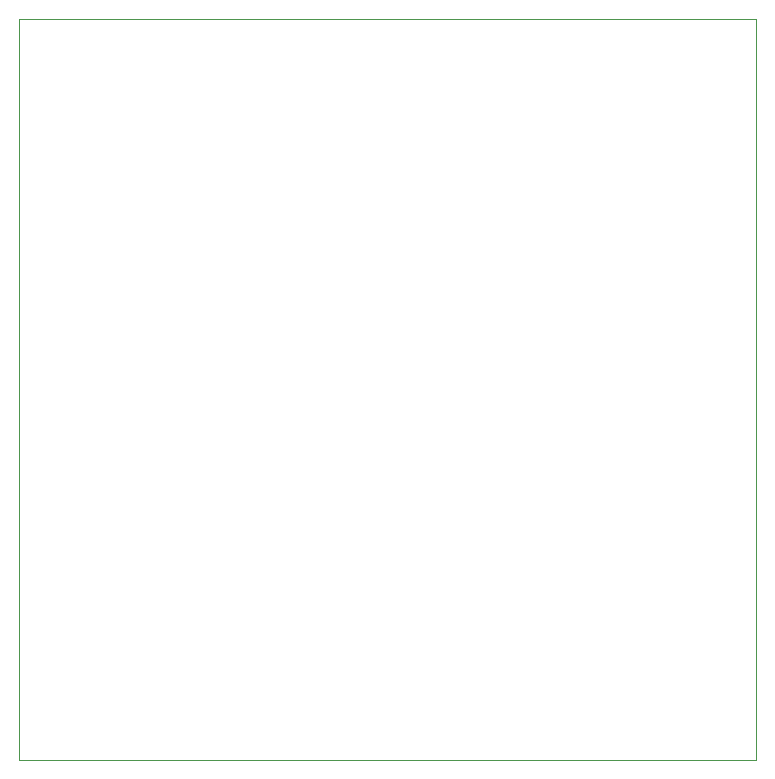
<source format=gbr>
%TF.GenerationSoftware,KiCad,Pcbnew,9.0.5*%
%TF.CreationDate,2025-12-11T06:11:38-03:00*%
%TF.ProjectId,stage power dron_v1,73746167-6520-4706-9f77-65722064726f,rev?*%
%TF.SameCoordinates,Original*%
%TF.FileFunction,Profile,NP*%
%FSLAX46Y46*%
G04 Gerber Fmt 4.6, Leading zero omitted, Abs format (unit mm)*
G04 Created by KiCad (PCBNEW 9.0.5) date 2025-12-11 06:11:38*
%MOMM*%
%LPD*%
G01*
G04 APERTURE LIST*
%TA.AperFunction,Profile*%
%ADD10C,0.100000*%
%TD*%
G04 APERTURE END LIST*
D10*
X109170000Y-42557500D02*
X171585000Y-42557500D01*
X171585000Y-105262500D01*
X109170000Y-105262500D01*
X109170000Y-42557500D01*
M02*

</source>
